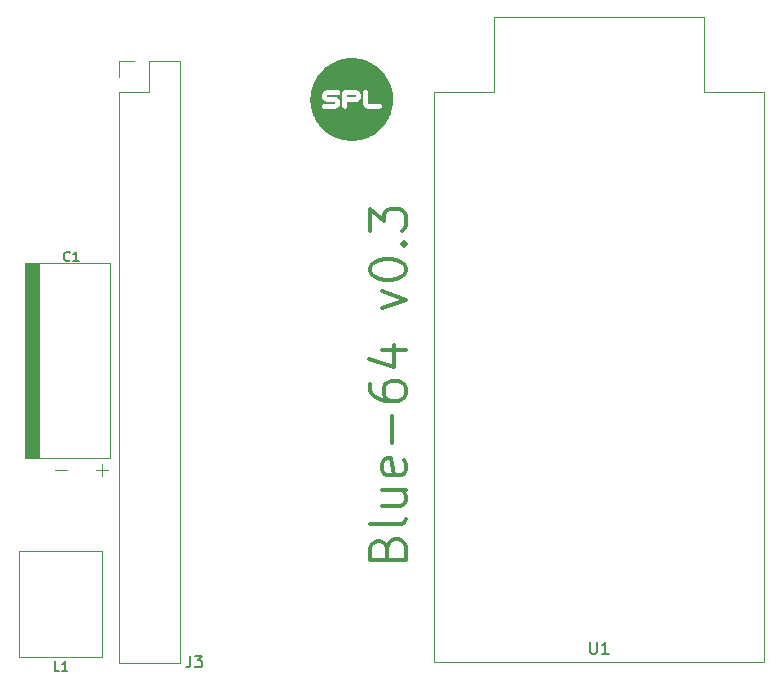
<source format=gbr>
%TF.GenerationSoftware,KiCad,Pcbnew,8.0.4*%
%TF.CreationDate,2024-09-22T15:27:09+02:00*%
%TF.ProjectId,blue_64,626c7565-5f36-4342-9e6b-696361645f70,0.3*%
%TF.SameCoordinates,PX38ecc10PY60e4b00*%
%TF.FileFunction,Legend,Top*%
%TF.FilePolarity,Positive*%
%FSLAX46Y46*%
G04 Gerber Fmt 4.6, Leading zero omitted, Abs format (unit mm)*
G04 Created by KiCad (PCBNEW 8.0.4) date 2024-09-22 15:27:09*
%MOMM*%
%LPD*%
G01*
G04 APERTURE LIST*
%ADD10C,0.300000*%
%ADD11C,0.150000*%
%ADD12C,0.120000*%
%ADD13C,0.000000*%
%ADD14C,0.100000*%
G04 APERTURE END LIST*
D10*
X31573828Y10928654D02*
X31716685Y11357226D01*
X31716685Y11357226D02*
X31859542Y11500083D01*
X31859542Y11500083D02*
X32145257Y11642940D01*
X32145257Y11642940D02*
X32573828Y11642940D01*
X32573828Y11642940D02*
X32859542Y11500083D01*
X32859542Y11500083D02*
X33002400Y11357226D01*
X33002400Y11357226D02*
X33145257Y11071511D01*
X33145257Y11071511D02*
X33145257Y9928654D01*
X33145257Y9928654D02*
X30145257Y9928654D01*
X30145257Y9928654D02*
X30145257Y10928654D01*
X30145257Y10928654D02*
X30288114Y11214368D01*
X30288114Y11214368D02*
X30430971Y11357226D01*
X30430971Y11357226D02*
X30716685Y11500083D01*
X30716685Y11500083D02*
X31002400Y11500083D01*
X31002400Y11500083D02*
X31288114Y11357226D01*
X31288114Y11357226D02*
X31430971Y11214368D01*
X31430971Y11214368D02*
X31573828Y10928654D01*
X31573828Y10928654D02*
X31573828Y9928654D01*
X33145257Y13357226D02*
X33002400Y13071511D01*
X33002400Y13071511D02*
X32716685Y12928654D01*
X32716685Y12928654D02*
X30145257Y12928654D01*
X31145257Y15785797D02*
X33145257Y15785797D01*
X31145257Y14500083D02*
X32716685Y14500083D01*
X32716685Y14500083D02*
X33002400Y14642940D01*
X33002400Y14642940D02*
X33145257Y14928655D01*
X33145257Y14928655D02*
X33145257Y15357226D01*
X33145257Y15357226D02*
X33002400Y15642940D01*
X33002400Y15642940D02*
X32859542Y15785797D01*
X33002400Y18357226D02*
X33145257Y18071512D01*
X33145257Y18071512D02*
X33145257Y17500083D01*
X33145257Y17500083D02*
X33002400Y17214369D01*
X33002400Y17214369D02*
X32716685Y17071512D01*
X32716685Y17071512D02*
X31573828Y17071512D01*
X31573828Y17071512D02*
X31288114Y17214369D01*
X31288114Y17214369D02*
X31145257Y17500083D01*
X31145257Y17500083D02*
X31145257Y18071512D01*
X31145257Y18071512D02*
X31288114Y18357226D01*
X31288114Y18357226D02*
X31573828Y18500083D01*
X31573828Y18500083D02*
X31859542Y18500083D01*
X31859542Y18500083D02*
X32145257Y17071512D01*
X32002400Y19785798D02*
X32002400Y22071512D01*
X30145257Y24785798D02*
X30145257Y24214370D01*
X30145257Y24214370D02*
X30288114Y23928656D01*
X30288114Y23928656D02*
X30430971Y23785798D01*
X30430971Y23785798D02*
X30859542Y23500084D01*
X30859542Y23500084D02*
X31430971Y23357227D01*
X31430971Y23357227D02*
X32573828Y23357227D01*
X32573828Y23357227D02*
X32859542Y23500084D01*
X32859542Y23500084D02*
X33002400Y23642941D01*
X33002400Y23642941D02*
X33145257Y23928656D01*
X33145257Y23928656D02*
X33145257Y24500084D01*
X33145257Y24500084D02*
X33002400Y24785798D01*
X33002400Y24785798D02*
X32859542Y24928656D01*
X32859542Y24928656D02*
X32573828Y25071513D01*
X32573828Y25071513D02*
X31859542Y25071513D01*
X31859542Y25071513D02*
X31573828Y24928656D01*
X31573828Y24928656D02*
X31430971Y24785798D01*
X31430971Y24785798D02*
X31288114Y24500084D01*
X31288114Y24500084D02*
X31288114Y23928656D01*
X31288114Y23928656D02*
X31430971Y23642941D01*
X31430971Y23642941D02*
X31573828Y23500084D01*
X31573828Y23500084D02*
X31859542Y23357227D01*
X31145257Y27642941D02*
X33145257Y27642941D01*
X30002400Y26928656D02*
X32145257Y26214370D01*
X32145257Y26214370D02*
X32145257Y28071513D01*
X31145257Y31214370D02*
X33145257Y31928656D01*
X33145257Y31928656D02*
X31145257Y32642941D01*
X30145257Y34357227D02*
X30145257Y34642941D01*
X30145257Y34642941D02*
X30288114Y34928655D01*
X30288114Y34928655D02*
X30430971Y35071512D01*
X30430971Y35071512D02*
X30716685Y35214370D01*
X30716685Y35214370D02*
X31288114Y35357227D01*
X31288114Y35357227D02*
X32002400Y35357227D01*
X32002400Y35357227D02*
X32573828Y35214370D01*
X32573828Y35214370D02*
X32859542Y35071512D01*
X32859542Y35071512D02*
X33002400Y34928655D01*
X33002400Y34928655D02*
X33145257Y34642941D01*
X33145257Y34642941D02*
X33145257Y34357227D01*
X33145257Y34357227D02*
X33002400Y34071512D01*
X33002400Y34071512D02*
X32859542Y33928655D01*
X32859542Y33928655D02*
X32573828Y33785798D01*
X32573828Y33785798D02*
X32002400Y33642941D01*
X32002400Y33642941D02*
X31288114Y33642941D01*
X31288114Y33642941D02*
X30716685Y33785798D01*
X30716685Y33785798D02*
X30430971Y33928655D01*
X30430971Y33928655D02*
X30288114Y34071512D01*
X30288114Y34071512D02*
X30145257Y34357227D01*
X32859542Y36642941D02*
X33002400Y36785798D01*
X33002400Y36785798D02*
X33145257Y36642941D01*
X33145257Y36642941D02*
X33002400Y36500084D01*
X33002400Y36500084D02*
X32859542Y36642941D01*
X32859542Y36642941D02*
X33145257Y36642941D01*
X30145257Y37785798D02*
X30145257Y39642941D01*
X30145257Y39642941D02*
X31288114Y38642941D01*
X31288114Y38642941D02*
X31288114Y39071512D01*
X31288114Y39071512D02*
X31430971Y39357226D01*
X31430971Y39357226D02*
X31573828Y39500084D01*
X31573828Y39500084D02*
X31859542Y39642941D01*
X31859542Y39642941D02*
X32573828Y39642941D01*
X32573828Y39642941D02*
X32859542Y39500084D01*
X32859542Y39500084D02*
X33002400Y39357226D01*
X33002400Y39357226D02*
X33145257Y39071512D01*
X33145257Y39071512D02*
X33145257Y38214369D01*
X33145257Y38214369D02*
X33002400Y37928655D01*
X33002400Y37928655D02*
X32859542Y37785798D01*
D11*
X3803666Y526705D02*
X3422714Y526705D01*
X3422714Y526705D02*
X3422714Y1326705D01*
X4489380Y526705D02*
X4032237Y526705D01*
X4260809Y526705D02*
X4260809Y1326705D01*
X4260809Y1326705D02*
X4184618Y1212420D01*
X4184618Y1212420D02*
X4108428Y1136229D01*
X4108428Y1136229D02*
X4032237Y1098134D01*
X14906666Y1815181D02*
X14906666Y1100896D01*
X14906666Y1100896D02*
X14859047Y958039D01*
X14859047Y958039D02*
X14763809Y862800D01*
X14763809Y862800D02*
X14620952Y815181D01*
X14620952Y815181D02*
X14525714Y815181D01*
X15287619Y1815181D02*
X15906666Y1815181D01*
X15906666Y1815181D02*
X15573333Y1434229D01*
X15573333Y1434229D02*
X15716190Y1434229D01*
X15716190Y1434229D02*
X15811428Y1386610D01*
X15811428Y1386610D02*
X15859047Y1338991D01*
X15859047Y1338991D02*
X15906666Y1243753D01*
X15906666Y1243753D02*
X15906666Y1005658D01*
X15906666Y1005658D02*
X15859047Y910420D01*
X15859047Y910420D02*
X15811428Y862800D01*
X15811428Y862800D02*
X15716190Y815181D01*
X15716190Y815181D02*
X15430476Y815181D01*
X15430476Y815181D02*
X15335238Y862800D01*
X15335238Y862800D02*
X15287619Y910420D01*
X4692667Y35273896D02*
X4654571Y35235800D01*
X4654571Y35235800D02*
X4540286Y35197705D01*
X4540286Y35197705D02*
X4464095Y35197705D01*
X4464095Y35197705D02*
X4349809Y35235800D01*
X4349809Y35235800D02*
X4273619Y35311991D01*
X4273619Y35311991D02*
X4235524Y35388181D01*
X4235524Y35388181D02*
X4197428Y35540562D01*
X4197428Y35540562D02*
X4197428Y35654848D01*
X4197428Y35654848D02*
X4235524Y35807229D01*
X4235524Y35807229D02*
X4273619Y35883420D01*
X4273619Y35883420D02*
X4349809Y35959610D01*
X4349809Y35959610D02*
X4464095Y35997705D01*
X4464095Y35997705D02*
X4540286Y35997705D01*
X4540286Y35997705D02*
X4654571Y35959610D01*
X4654571Y35959610D02*
X4692667Y35921515D01*
X5454571Y35197705D02*
X4997428Y35197705D01*
X5226000Y35197705D02*
X5226000Y35997705D01*
X5226000Y35997705D02*
X5149809Y35883420D01*
X5149809Y35883420D02*
X5073619Y35807229D01*
X5073619Y35807229D02*
X4997428Y35769134D01*
X48768095Y2958181D02*
X48768095Y2148658D01*
X48768095Y2148658D02*
X48815714Y2053420D01*
X48815714Y2053420D02*
X48863333Y2005800D01*
X48863333Y2005800D02*
X48958571Y1958181D01*
X48958571Y1958181D02*
X49149047Y1958181D01*
X49149047Y1958181D02*
X49244285Y2005800D01*
X49244285Y2005800D02*
X49291904Y2053420D01*
X49291904Y2053420D02*
X49339523Y2148658D01*
X49339523Y2148658D02*
X49339523Y2958181D01*
X50339523Y1958181D02*
X49768095Y1958181D01*
X50053809Y1958181D02*
X50053809Y2958181D01*
X50053809Y2958181D02*
X49958571Y2815324D01*
X49958571Y2815324D02*
X49863333Y2720086D01*
X49863333Y2720086D02*
X49768095Y2672467D01*
D12*
X437000Y10700000D02*
X437000Y1700000D01*
X437000Y1700000D02*
X7437000Y1700000D01*
X7437000Y10700000D02*
X437000Y10700000D01*
X7437000Y1700000D02*
X7437000Y10700000D01*
X8830000Y52130000D02*
X10160000Y52130000D01*
X8830000Y50800000D02*
X8830000Y52130000D01*
X8830000Y49530000D02*
X8830000Y1210000D01*
X8830000Y49530000D02*
X11430000Y49530000D01*
X8830000Y1210000D02*
X14030000Y1210000D01*
X11430000Y52130000D02*
X14030000Y52130000D01*
X11430000Y49530000D02*
X11430000Y52130000D01*
X14030000Y52130000D02*
X14030000Y1210000D01*
D13*
G36*
X28548798Y49272479D02*
G01*
X28895954Y49271858D01*
X28911403Y49264252D01*
X28928456Y49253732D01*
X28942011Y49240454D01*
X28952748Y49223739D01*
X28953587Y49222068D01*
X28957335Y49213987D01*
X28959604Y49207311D01*
X28960755Y49200297D01*
X28961152Y49191203D01*
X28961181Y49185568D01*
X28960986Y49174670D01*
X28960181Y49166665D01*
X28958416Y49159786D01*
X28955338Y49152265D01*
X28953978Y49149350D01*
X28943884Y49132962D01*
X28930502Y49118649D01*
X28914937Y49107540D01*
X28911197Y49105573D01*
X28898188Y49099180D01*
X28549915Y49098559D01*
X28201642Y49097939D01*
X28201642Y49185519D01*
X28201642Y49273099D01*
X28548798Y49272479D01*
G37*
G36*
X28677041Y52392572D02*
G01*
X28765940Y52389090D01*
X28836351Y52384617D01*
X28964305Y52372664D01*
X29091302Y52356154D01*
X29217259Y52335113D01*
X29342095Y52309565D01*
X29465730Y52279536D01*
X29588081Y52245051D01*
X29709067Y52206136D01*
X29828608Y52162815D01*
X29946622Y52115114D01*
X30063028Y52063059D01*
X30177744Y52006674D01*
X30290689Y51945984D01*
X30342405Y51916409D01*
X30450597Y51850635D01*
X30556228Y51780992D01*
X30659196Y51707573D01*
X30759402Y51630475D01*
X30856744Y51549792D01*
X30951122Y51465620D01*
X31042436Y51378053D01*
X31130585Y51287186D01*
X31215469Y51193115D01*
X31296987Y51095935D01*
X31375039Y50995741D01*
X31449524Y50892628D01*
X31495160Y50825324D01*
X31545214Y50747837D01*
X31591669Y50672148D01*
X31634897Y50597607D01*
X31675271Y50523560D01*
X31713162Y50449355D01*
X31733066Y50408266D01*
X31786301Y50291233D01*
X31834941Y50173752D01*
X31879030Y50055658D01*
X31918608Y49936782D01*
X31953721Y49816957D01*
X31984410Y49696016D01*
X32010719Y49573792D01*
X32032690Y49450119D01*
X32050367Y49324828D01*
X32063793Y49197753D01*
X32071725Y49091013D01*
X32072646Y49072463D01*
X32073430Y49049923D01*
X32074079Y49024026D01*
X32074593Y48995407D01*
X32074971Y48964699D01*
X32075214Y48932535D01*
X32075321Y48899550D01*
X32075293Y48866376D01*
X32075130Y48833648D01*
X32074833Y48801999D01*
X32074400Y48772063D01*
X32073832Y48744474D01*
X32073130Y48719865D01*
X32072293Y48698870D01*
X32071668Y48687320D01*
X32061386Y48558271D01*
X32046593Y48430331D01*
X32027311Y48303563D01*
X32003559Y48178034D01*
X31975360Y48053808D01*
X31942733Y47930952D01*
X31905700Y47809529D01*
X31864281Y47689606D01*
X31818498Y47571248D01*
X31768371Y47454519D01*
X31713920Y47339487D01*
X31655168Y47226215D01*
X31592133Y47114769D01*
X31545993Y47038711D01*
X31476882Y46932328D01*
X31403923Y46828560D01*
X31327188Y46727491D01*
X31246749Y46629203D01*
X31162677Y46533778D01*
X31075045Y46441300D01*
X30983924Y46351850D01*
X30889385Y46265511D01*
X30826815Y46211668D01*
X30729592Y46132834D01*
X30630098Y46057914D01*
X30527947Y45986632D01*
X30422751Y45918714D01*
X30373845Y45888892D01*
X30263302Y45825390D01*
X30150750Y45766080D01*
X30036301Y45710995D01*
X29920066Y45660170D01*
X29802156Y45613639D01*
X29682682Y45571436D01*
X29561756Y45533594D01*
X29439488Y45500148D01*
X29315990Y45471131D01*
X29191374Y45446578D01*
X29065750Y45426522D01*
X28939230Y45410998D01*
X28811924Y45400039D01*
X28764013Y45397114D01*
X28753100Y45396673D01*
X28738061Y45396289D01*
X28719435Y45395961D01*
X28697760Y45395691D01*
X28673577Y45395476D01*
X28647424Y45395318D01*
X28619843Y45395215D01*
X28591371Y45395168D01*
X28562549Y45395176D01*
X28533917Y45395239D01*
X28506013Y45395356D01*
X28479377Y45395528D01*
X28454550Y45395753D01*
X28432069Y45396032D01*
X28412475Y45396365D01*
X28396308Y45396750D01*
X28384107Y45397188D01*
X28381321Y45397328D01*
X28255828Y45406599D01*
X28130502Y45420492D01*
X28005538Y45438964D01*
X27881128Y45461969D01*
X27757467Y45489464D01*
X27634749Y45521404D01*
X27513166Y45557745D01*
X27392912Y45598443D01*
X27274182Y45643453D01*
X27233245Y45660125D01*
X27136010Y45702310D01*
X27038711Y45748190D01*
X26942094Y45797357D01*
X26846906Y45849399D01*
X26753892Y45903907D01*
X26663799Y45960470D01*
X26577373Y46018680D01*
X26565868Y46026754D01*
X26476768Y46091547D01*
X26391404Y46157677D01*
X26308879Y46225894D01*
X26228300Y46296947D01*
X26148771Y46371586D01*
X26115865Y46403791D01*
X26029421Y46492225D01*
X25947181Y46582211D01*
X25868845Y46674133D01*
X25794118Y46768376D01*
X25722700Y46865323D01*
X25654296Y46965358D01*
X25588607Y47068865D01*
X25548082Y47136718D01*
X25486849Y47246292D01*
X25429655Y47358129D01*
X25376550Y47472072D01*
X25327584Y47587960D01*
X25282807Y47705636D01*
X25242268Y47824940D01*
X25206018Y47945714D01*
X25174106Y48067799D01*
X25146583Y48191036D01*
X25123498Y48315266D01*
X25104901Y48440331D01*
X25090843Y48566072D01*
X25087760Y48600981D01*
X25085865Y48624420D01*
X25084229Y48646309D01*
X25082811Y48667446D01*
X25081571Y48688626D01*
X25080468Y48710645D01*
X25079462Y48734298D01*
X25078512Y48760383D01*
X25077578Y48789695D01*
X25076807Y48816290D01*
X25075694Y48938849D01*
X25079213Y49061971D01*
X25086834Y49177602D01*
X26039447Y49177602D01*
X26039982Y49153496D01*
X26041324Y49131213D01*
X26043481Y49112017D01*
X26043988Y49108799D01*
X26054213Y49061163D01*
X26068619Y49015394D01*
X26087039Y48971699D01*
X26109304Y48930287D01*
X26135245Y48891365D01*
X26164695Y48855143D01*
X26197485Y48821826D01*
X26233446Y48791625D01*
X26272410Y48764746D01*
X26314208Y48741398D01*
X26356692Y48722559D01*
X26381745Y48713779D01*
X26409746Y48705737D01*
X26438984Y48698895D01*
X26458572Y48695182D01*
X26462270Y48694598D01*
X26466333Y48694068D01*
X26471005Y48693588D01*
X26476529Y48693155D01*
X26483147Y48692764D01*
X26491103Y48692413D01*
X26500640Y48692097D01*
X26512001Y48691812D01*
X26525428Y48691555D01*
X26541166Y48691322D01*
X26559456Y48691110D01*
X26580542Y48690914D01*
X26604668Y48690731D01*
X26632075Y48690557D01*
X26663008Y48690389D01*
X26697708Y48690223D01*
X26736420Y48690054D01*
X26779385Y48689879D01*
X26812051Y48689752D01*
X26858378Y48689579D01*
X26900274Y48689428D01*
X26937973Y48689287D01*
X26971710Y48689146D01*
X27001722Y48688995D01*
X27028243Y48688823D01*
X27051508Y48688618D01*
X27071753Y48688371D01*
X27089212Y48688071D01*
X27104122Y48687707D01*
X27116717Y48687268D01*
X27127232Y48686744D01*
X27135903Y48686125D01*
X27142965Y48685399D01*
X27148653Y48684555D01*
X27153202Y48683584D01*
X27156847Y48682475D01*
X27159825Y48681216D01*
X27162369Y48679798D01*
X27164715Y48678209D01*
X27167098Y48676439D01*
X27169754Y48674478D01*
X27171165Y48673486D01*
X27182988Y48663827D01*
X27192443Y48652341D01*
X27200662Y48637642D01*
X27201031Y48636862D01*
X27204962Y48627366D01*
X27207042Y48618691D01*
X27207791Y48608424D01*
X27207831Y48605284D01*
X27207603Y48592834D01*
X27206492Y48583224D01*
X27204083Y48574649D01*
X27199958Y48565306D01*
X27197517Y48560534D01*
X27187717Y48546213D01*
X27174664Y48533517D01*
X27159760Y48523714D01*
X27153907Y48521014D01*
X27141073Y48515808D01*
X26676709Y48514568D01*
X26212345Y48513327D01*
X26195166Y48508316D01*
X26165145Y48497330D01*
X26137893Y48482842D01*
X26113628Y48465134D01*
X26092568Y48444491D01*
X26074932Y48421197D01*
X26060939Y48395536D01*
X26050806Y48367791D01*
X26044753Y48338247D01*
X26042973Y48310461D01*
X26045214Y48279525D01*
X26051815Y48249970D01*
X26062595Y48222107D01*
X26077373Y48196244D01*
X26095967Y48172690D01*
X26118195Y48151756D01*
X26143877Y48133749D01*
X26148174Y48131229D01*
X26157229Y48126818D01*
X26169340Y48121962D01*
X26182994Y48117175D01*
X26196680Y48112971D01*
X26208887Y48109865D01*
X26213776Y48108914D01*
X26217388Y48108698D01*
X26225451Y48108486D01*
X26237749Y48108279D01*
X26254065Y48108078D01*
X26274183Y48107885D01*
X26297889Y48107700D01*
X26324964Y48107525D01*
X26355193Y48107360D01*
X26388361Y48107208D01*
X26424250Y48107068D01*
X26462646Y48106942D01*
X26503331Y48106831D01*
X26546089Y48106736D01*
X26590705Y48106658D01*
X26636962Y48106598D01*
X26684645Y48106557D01*
X26689613Y48106554D01*
X26745223Y48106525D01*
X26796364Y48106506D01*
X26843234Y48106499D01*
X26886030Y48106505D01*
X26924952Y48106526D01*
X26960196Y48106562D01*
X26991961Y48106616D01*
X27020444Y48106688D01*
X27045844Y48106780D01*
X27068358Y48106893D01*
X27088185Y48107028D01*
X27105522Y48107187D01*
X27120567Y48107372D01*
X27133518Y48107582D01*
X27144573Y48107821D01*
X27153931Y48108088D01*
X27161788Y48108386D01*
X27168343Y48108716D01*
X27173794Y48109079D01*
X27178339Y48109476D01*
X27181754Y48109856D01*
X27229464Y48118065D01*
X27275616Y48130662D01*
X27320099Y48147596D01*
X27362799Y48168817D01*
X27403604Y48194275D01*
X27442401Y48223921D01*
X27447175Y48227980D01*
X27479159Y48258424D01*
X27508600Y48292344D01*
X27535151Y48329152D01*
X27558465Y48368259D01*
X27578194Y48409076D01*
X27593991Y48451013D01*
X27605508Y48493482D01*
X27606510Y48498213D01*
X27614230Y48546719D01*
X27617396Y48594758D01*
X27616041Y48642147D01*
X27610201Y48688699D01*
X27599911Y48734230D01*
X27585205Y48778554D01*
X27566119Y48821488D01*
X27542686Y48862846D01*
X27535687Y48873617D01*
X27510651Y48908027D01*
X27483087Y48940313D01*
X27453833Y48969549D01*
X27453584Y48969763D01*
X27793285Y48969763D01*
X27793286Y48906877D01*
X27793287Y48897932D01*
X27793301Y48828066D01*
X27793332Y48762155D01*
X27793382Y48700245D01*
X27793449Y48642382D01*
X27793533Y48588613D01*
X27793635Y48538983D01*
X27793754Y48493541D01*
X27793890Y48452331D01*
X27794043Y48415401D01*
X27794212Y48382796D01*
X27794397Y48354563D01*
X27794599Y48330749D01*
X27794817Y48311400D01*
X27795050Y48296562D01*
X27795299Y48286282D01*
X27795564Y48280607D01*
X27795661Y48279712D01*
X27802848Y48249281D01*
X27814202Y48220950D01*
X27829708Y48194745D01*
X27849355Y48170692D01*
X27858595Y48161466D01*
X27880020Y48143476D01*
X27902226Y48129497D01*
X27926375Y48118887D01*
X27947292Y48112542D01*
X27956810Y48110171D01*
X27964360Y48108549D01*
X27971190Y48107564D01*
X27978549Y48107105D01*
X27987686Y48107060D01*
X27999848Y48107319D01*
X28004463Y48107445D01*
X28022617Y48108337D01*
X28037029Y48109961D01*
X28048582Y48112420D01*
X28049966Y48112821D01*
X28072883Y48120569D01*
X28092449Y48129329D01*
X28109974Y48139839D01*
X28126766Y48152834D01*
X28136330Y48161466D01*
X28156022Y48182436D01*
X28171990Y48204935D01*
X28184798Y48229875D01*
X28194016Y48254932D01*
X28200433Y48275459D01*
X28201121Y48482500D01*
X28201340Y48548477D01*
X28201809Y48689540D01*
X28564000Y48690250D01*
X28613168Y48690344D01*
X28657909Y48690428D01*
X28698462Y48690511D01*
X28735066Y48690603D01*
X28767961Y48690712D01*
X28797386Y48690846D01*
X28823580Y48691014D01*
X28846784Y48691224D01*
X28867235Y48691486D01*
X28885174Y48691808D01*
X28900840Y48692199D01*
X28914473Y48692667D01*
X28926311Y48693221D01*
X28936595Y48693870D01*
X28945563Y48694622D01*
X28953456Y48695486D01*
X28960512Y48696470D01*
X28966970Y48697584D01*
X28973071Y48698836D01*
X28979054Y48700234D01*
X28985157Y48701788D01*
X28991621Y48703505D01*
X28998685Y48705395D01*
X29001176Y48706055D01*
X29047144Y48720546D01*
X29091042Y48739176D01*
X29132690Y48761813D01*
X29171906Y48788328D01*
X29208509Y48818590D01*
X29242318Y48852470D01*
X29273152Y48889838D01*
X29289739Y48913264D01*
X29300847Y48931276D01*
X29312373Y48952439D01*
X29323650Y48975367D01*
X29334010Y48998672D01*
X29342786Y49020965D01*
X29346056Y49030342D01*
X29358201Y49074084D01*
X29366238Y49119405D01*
X29370139Y49165622D01*
X29369877Y49212050D01*
X29365425Y49258004D01*
X29356844Y49302446D01*
X29343302Y49348262D01*
X29325661Y49392081D01*
X29304136Y49433681D01*
X29278943Y49472844D01*
X29250298Y49509349D01*
X29247588Y49512207D01*
X29544564Y49512207D01*
X29544564Y49030342D01*
X29544564Y48548477D01*
X29550019Y48518280D01*
X29560667Y48470957D01*
X29575105Y48426177D01*
X29593477Y48383574D01*
X29615929Y48342777D01*
X29623266Y48331166D01*
X29650810Y48293012D01*
X29681737Y48257813D01*
X29715726Y48225770D01*
X29752459Y48197086D01*
X29791615Y48171962D01*
X29832873Y48150600D01*
X29875915Y48133201D01*
X29920421Y48119968D01*
X29966069Y48111102D01*
X29973925Y48110043D01*
X29979534Y48109632D01*
X29989474Y48109243D01*
X30003471Y48108878D01*
X30021248Y48108536D01*
X30042531Y48108218D01*
X30067046Y48107923D01*
X30094516Y48107651D01*
X30124668Y48107404D01*
X30157225Y48107180D01*
X30191913Y48106981D01*
X30228457Y48106805D01*
X30266582Y48106654D01*
X30306013Y48106528D01*
X30346475Y48106425D01*
X30387692Y48106348D01*
X30429390Y48106295D01*
X30471294Y48106267D01*
X30513128Y48106264D01*
X30554618Y48106287D01*
X30595489Y48106334D01*
X30635465Y48106407D01*
X30674272Y48106506D01*
X30711634Y48106630D01*
X30747277Y48106780D01*
X30780926Y48106956D01*
X30812304Y48107158D01*
X30841139Y48107386D01*
X30867153Y48107640D01*
X30890073Y48107921D01*
X30909623Y48108228D01*
X30925529Y48108562D01*
X30937515Y48108922D01*
X30945306Y48109310D01*
X30948156Y48109604D01*
X30978530Y48117342D01*
X31006640Y48129052D01*
X31032233Y48144495D01*
X31055060Y48163432D01*
X31074870Y48185624D01*
X31091412Y48210834D01*
X31104435Y48238823D01*
X31113002Y48266445D01*
X31115556Y48281633D01*
X31116806Y48299648D01*
X31116776Y48318846D01*
X31115487Y48337580D01*
X31112962Y48354204D01*
X31111726Y48359465D01*
X31101505Y48389351D01*
X31087441Y48416734D01*
X31069778Y48441367D01*
X31048760Y48463004D01*
X31024630Y48481396D01*
X30997632Y48496297D01*
X30968008Y48507459D01*
X30965142Y48508294D01*
X30946989Y48513459D01*
X30482625Y48514634D01*
X30427688Y48514774D01*
X30377224Y48514909D01*
X30331039Y48515039D01*
X30288941Y48515168D01*
X30250735Y48515296D01*
X30216227Y48515426D01*
X30185225Y48515561D01*
X30157533Y48515701D01*
X30132960Y48515850D01*
X30111310Y48516010D01*
X30092391Y48516182D01*
X30076009Y48516370D01*
X30061970Y48516573D01*
X30050080Y48516796D01*
X30040145Y48517040D01*
X30031973Y48517307D01*
X30025369Y48517600D01*
X30020140Y48517920D01*
X30016092Y48518269D01*
X30013031Y48518650D01*
X30010764Y48519064D01*
X30009098Y48519515D01*
X30008319Y48519797D01*
X29990048Y48529497D01*
X29974776Y48542752D01*
X29962445Y48559617D01*
X29957882Y48568312D01*
X29952924Y48578812D01*
X29951757Y49045510D01*
X29950590Y49512207D01*
X29944145Y49532759D01*
X29932822Y49562210D01*
X29918214Y49588546D01*
X29900043Y49612221D01*
X29887417Y49625238D01*
X29864069Y49644311D01*
X29838433Y49659570D01*
X29811026Y49670869D01*
X29782363Y49678058D01*
X29752961Y49680989D01*
X29723335Y49679513D01*
X29707908Y49676933D01*
X29678272Y49668733D01*
X29651473Y49657014D01*
X29627007Y49641515D01*
X29607737Y49625238D01*
X29587311Y49602932D01*
X29570615Y49578235D01*
X29557370Y49550694D01*
X29551010Y49532759D01*
X29544564Y49512207D01*
X29247588Y49512207D01*
X29218416Y49542976D01*
X29183513Y49573506D01*
X29145804Y49600719D01*
X29105506Y49624394D01*
X29062833Y49644312D01*
X29018002Y49660252D01*
X29001348Y49664982D01*
X28994940Y49666716D01*
X28989166Y49668313D01*
X28983824Y49669780D01*
X28978713Y49671121D01*
X28973630Y49672344D01*
X28968373Y49673452D01*
X28962741Y49674452D01*
X28956532Y49675350D01*
X28949544Y49676150D01*
X28941574Y49676858D01*
X28932422Y49677480D01*
X28921884Y49678021D01*
X28909760Y49678487D01*
X28895846Y49678883D01*
X28879942Y49679216D01*
X28861845Y49679489D01*
X28841354Y49679710D01*
X28818266Y49679883D01*
X28792380Y49680015D01*
X28763493Y49680109D01*
X28731404Y49680173D01*
X28695911Y49680212D01*
X28656811Y49680231D01*
X28613904Y49680235D01*
X28566987Y49680231D01*
X28515857Y49680223D01*
X28460314Y49680218D01*
X28445492Y49680218D01*
X27962460Y49680218D01*
X27944137Y49674910D01*
X27914912Y49664158D01*
X27888059Y49649686D01*
X27863888Y49631823D01*
X27842712Y49610899D01*
X27824842Y49587243D01*
X27810590Y49561186D01*
X27800265Y49533057D01*
X27796772Y49518797D01*
X27796401Y49516593D01*
X27796057Y49513590D01*
X27795739Y49509619D01*
X27795445Y49504515D01*
X27795174Y49498110D01*
X27794927Y49490236D01*
X27794701Y49480727D01*
X27794496Y49469415D01*
X27794311Y49456133D01*
X27794145Y49440715D01*
X27793997Y49422992D01*
X27793866Y49402799D01*
X27793751Y49379966D01*
X27793652Y49354329D01*
X27793566Y49325719D01*
X27793494Y49293969D01*
X27793435Y49258912D01*
X27793387Y49220380D01*
X27793349Y49178208D01*
X27793321Y49132227D01*
X27793302Y49082271D01*
X27793290Y49028172D01*
X27793285Y48969763D01*
X27453584Y48969763D01*
X27431592Y48988675D01*
X27399113Y49012321D01*
X27363501Y49033963D01*
X27325894Y49053034D01*
X27287431Y49068966D01*
X27249251Y49081192D01*
X27242579Y49082934D01*
X27235284Y49084790D01*
X27228691Y49086470D01*
X27222548Y49087984D01*
X27216601Y49089341D01*
X27210598Y49090552D01*
X27204285Y49091625D01*
X27197408Y49092570D01*
X27189715Y49093397D01*
X27180951Y49094115D01*
X27170865Y49094733D01*
X27159202Y49095262D01*
X27145709Y49095710D01*
X27130134Y49096088D01*
X27112222Y49096405D01*
X27091720Y49096670D01*
X27068375Y49096893D01*
X27041934Y49097083D01*
X27012144Y49097250D01*
X26978751Y49097404D01*
X26941502Y49097554D01*
X26900143Y49097709D01*
X26854422Y49097880D01*
X26844669Y49097917D01*
X26513262Y49099180D01*
X26497901Y49106743D01*
X26481351Y49117326D01*
X26467080Y49131294D01*
X26456113Y49147601D01*
X26454349Y49151174D01*
X26449646Y49165992D01*
X26447841Y49182854D01*
X26448952Y49200131D01*
X26453000Y49216192D01*
X26453538Y49217597D01*
X26461879Y49232939D01*
X26473828Y49247042D01*
X26488329Y49258794D01*
X26497746Y49264218D01*
X26513265Y49271858D01*
X26980012Y49273101D01*
X27034880Y49273248D01*
X27085278Y49273385D01*
X27131403Y49273514D01*
X27173453Y49273639D01*
X27211625Y49273762D01*
X27246117Y49273885D01*
X27277125Y49274011D01*
X27304846Y49274143D01*
X27329479Y49274282D01*
X27351219Y49274431D01*
X27370265Y49274593D01*
X27386814Y49274770D01*
X27401062Y49274965D01*
X27413208Y49275180D01*
X27423448Y49275418D01*
X27431979Y49275681D01*
X27439000Y49275971D01*
X27444706Y49276292D01*
X27449295Y49276646D01*
X27452965Y49277034D01*
X27455913Y49277460D01*
X27458336Y49277927D01*
X27460431Y49278435D01*
X27462396Y49278989D01*
X27463094Y49279196D01*
X27493433Y49290127D01*
X27520630Y49303903D01*
X27544299Y49320321D01*
X27549337Y49324566D01*
X27559688Y49334923D01*
X27570771Y49348195D01*
X27581532Y49362988D01*
X27590915Y49377907D01*
X27594261Y49384008D01*
X27605925Y49411308D01*
X27613413Y49439947D01*
X27616711Y49469303D01*
X27615805Y49498752D01*
X27610679Y49527674D01*
X27601319Y49555444D01*
X27598397Y49561962D01*
X27583163Y49589459D01*
X27565033Y49613341D01*
X27543820Y49633786D01*
X27519335Y49650971D01*
X27491392Y49665074D01*
X27487595Y49666650D01*
X27483864Y49668201D01*
X27480499Y49669631D01*
X27477305Y49670942D01*
X27474086Y49672141D01*
X27470646Y49673233D01*
X27466790Y49674221D01*
X27462321Y49675113D01*
X27457044Y49675912D01*
X27450763Y49676623D01*
X27443282Y49677252D01*
X27434405Y49677803D01*
X27423937Y49678283D01*
X27411682Y49678695D01*
X27397444Y49679044D01*
X27381027Y49679337D01*
X27362235Y49679577D01*
X27340872Y49679771D01*
X27316744Y49679922D01*
X27289653Y49680036D01*
X27259405Y49680118D01*
X27225802Y49680173D01*
X27188651Y49680206D01*
X27147753Y49680222D01*
X27102915Y49680226D01*
X27053940Y49680224D01*
X27000632Y49680219D01*
X26960228Y49680218D01*
X26480696Y49680218D01*
X26452694Y49674920D01*
X26416875Y49667178D01*
X26384103Y49657938D01*
X26352869Y49646696D01*
X26321661Y49632949D01*
X26310908Y49627675D01*
X26269217Y49604193D01*
X26230450Y49577162D01*
X26194756Y49546785D01*
X26162286Y49513266D01*
X26133191Y49476812D01*
X26107621Y49437625D01*
X26085727Y49395911D01*
X26067660Y49351874D01*
X26053570Y49305718D01*
X26045184Y49266967D01*
X26042588Y49248213D01*
X26040760Y49226225D01*
X26039710Y49202266D01*
X26039447Y49177602D01*
X25086834Y49177602D01*
X25087364Y49185649D01*
X25096005Y49274191D01*
X25112453Y49401706D01*
X25133416Y49528079D01*
X25158868Y49653235D01*
X25188778Y49777095D01*
X25223121Y49899581D01*
X25261866Y50020618D01*
X25304986Y50140126D01*
X25352453Y50258028D01*
X25404238Y50374247D01*
X25460313Y50488706D01*
X25520651Y50601326D01*
X25585222Y50712030D01*
X25653998Y50820742D01*
X25665956Y50838794D01*
X25737318Y50941658D01*
X25812640Y51042189D01*
X25891714Y51140147D01*
X25974331Y51235295D01*
X26060280Y51327391D01*
X26149352Y51416198D01*
X26241337Y51501476D01*
X26265201Y51522600D01*
X26363614Y51605822D01*
X26464538Y51685127D01*
X26567911Y51760480D01*
X26673670Y51831847D01*
X26781754Y51899194D01*
X26892101Y51962486D01*
X27004648Y52021688D01*
X27119334Y52076767D01*
X27236097Y52127688D01*
X27354874Y52174417D01*
X27475603Y52216920D01*
X27577435Y52249019D01*
X27686712Y52279589D01*
X27798593Y52306836D01*
X27912261Y52330610D01*
X28026897Y52350761D01*
X28141683Y52367139D01*
X28255801Y52379593D01*
X28315983Y52384570D01*
X28404530Y52389860D01*
X28495068Y52392957D01*
X28586328Y52393861D01*
X28677041Y52392572D01*
G37*
D12*
X937000Y35010000D02*
X937000Y18510000D01*
X937000Y18510000D02*
X8137000Y18510000D01*
D14*
X3437000Y17510000D02*
X4437000Y17510000D01*
X6937000Y17510000D02*
X7937000Y17510000D01*
X7437000Y18010000D02*
X7437000Y17010000D01*
D12*
X8137000Y35010000D02*
X937000Y35010000D01*
X8137000Y18510000D02*
X8137000Y35010000D01*
X937000Y35010000D02*
X2137000Y35010000D01*
X2137000Y18510000D01*
X937000Y18510000D01*
X937000Y35010000D01*
G36*
X937000Y35010000D02*
G01*
X2137000Y35010000D01*
X2137000Y18510000D01*
X937000Y18510000D01*
X937000Y35010000D01*
G37*
X35560000Y49530000D02*
X40640000Y49530000D01*
X35560000Y1270000D02*
X35560000Y49530000D01*
X40640000Y55880000D02*
X58420000Y55880000D01*
X40640000Y49530000D02*
X40640000Y55880000D01*
X58420000Y55880000D02*
X58420000Y49530000D01*
X58420000Y49530000D02*
X63500000Y49530000D01*
X63500000Y49530000D02*
X63500000Y1270000D01*
X63500000Y1270000D02*
X35560000Y1270000D01*
M02*

</source>
